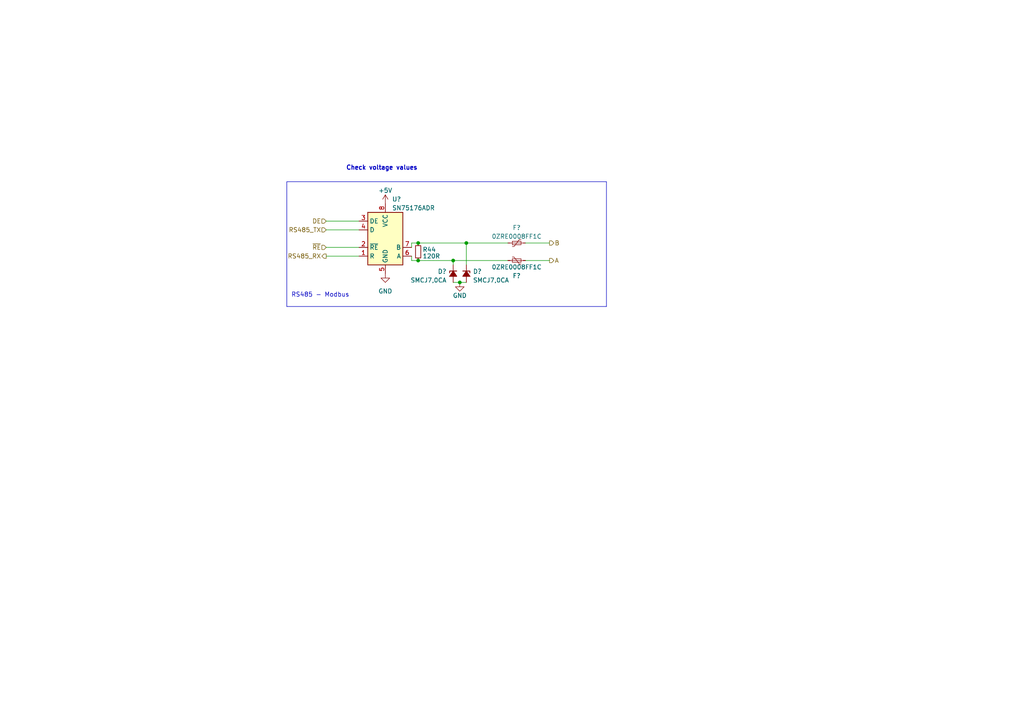
<source format=kicad_sch>
(kicad_sch (version 20230121) (generator eeschema)
  (paper "A4")
  (lib_symbols
    (symbol "Device:D_Zener_Small_Filled" (pin_numbers hide) (pin_names (offset 0.254) hide)
      (property "Reference" "D" (at 0 2.286 0))
      (property "Value" "D_Zener_Small_Filled" (at 0 -2.286 0))
      (symbol "D_Zener_Small_Filled_0_1"
        (polyline (pts (xy 0.762 0) (xy -0.762 0)))
        (polyline (pts (xy -0.254 1.016) (xy -0.762 1.016) (xy -0.762 -1.016)) (stroke (width 0.254)))
        (polyline (pts (xy 0.762 1.016) (xy -0.762 0) (xy 0.762 -1.016) (xy 0.762 1.016)) (stroke (width 0.254)) (fill (type outline)))
      )
      (symbol "D_Zener_Small_Filled_1_1"
        (pin passive line (at -2.54 0 0) (length 1.778) (name "K") (number "1"))
        (pin passive line (at 2.54 0 180) (length 1.778) (name "A") (number "2"))
      )
    )
    (symbol "Device:Polyfuse_Small" (pin_numbers hide) (pin_names (offset 0))
      (property "Reference" "F" (at -1.905 0 90))
      (property "Value" "Polyfuse_Small" (at 1.905 0 90))
      (symbol "Polyfuse_Small_0_1"
        (rectangle (start -0.508 1.27) (end 0.508 -1.27))
        (polyline (pts (xy 0 2.54) (xy 0 -2.54)))
        (polyline (pts (xy -1.016 1.27) (xy -1.016 0.762) (xy 1.016 -0.762) (xy 1.016 -1.27)))
      )
      (symbol "Polyfuse_Small_1_1"
        (pin passive line (at 0 2.54 270) (length 0.635) (name "~") (number "1"))
        (pin passive line (at 0 -2.54 90) (length 0.635) (name "~") (number "2"))
      )
    )
    (symbol "Device:R_Small" (pin_numbers hide) (pin_names (offset 0.254) hide)
      (property "Reference" "R" (at 0.762 0.508 0))
      (property "Value" "R_Small" (at 0.762 -1.016 0))
      (symbol "R_Small_0_1"
        (rectangle (start -0.762 1.778) (end 0.762 -1.778) (stroke (width 0.2032)))
      )
      (symbol "R_Small_1_1"
        (pin passive line (at 0 2.54 270) (length 0.762) (name "~") (number "1"))
        (pin passive line (at 0 -2.54 90) (length 0.762) (name "~") (number "2"))
      )
    )
    (symbol "GND_1" (power) (pin_names (offset 0))
      (property "Value" "GND_1" (at 0 -3.81 0))
      (symbol "GND_1_0_1"
        (polyline (pts (xy 0 0) (xy 0 -1.27) (xy 1.27 -1.27) (xy 0 -2.54) (xy -1.27 -1.27) (xy 0 -1.27)))
      )
      (symbol "GND_1_1_1"
        (pin power_in line (at 0 0 270) (length 0) hide (name "GND") (number "1"))
      )
    )
    (symbol "Interface_UART:SN75176AD"
      (property "Reference" "U" (at -4.318 8.89 0))
      (property "Value" "SN75176AD" (at 1.016 8.89 0))
      (symbol "SN75176AD_0_1"
        (rectangle (start -5.08 7.62) (end 5.08 -7.62) (stroke (width 0.254)) (fill (type background)))
      )
      (symbol "SN75176AD_1_1"
        (pin output line (at -7.62 -5.08 0) (length 2.54) (name "R") (number "1"))
        (pin input line (at -7.62 -2.54 0) (length 2.54) (name "~{RE}") (number "2"))
        (pin input line (at -7.62 5.08 0) (length 2.54) (name "DE") (number "3"))
        (pin input line (at -7.62 2.54 0) (length 2.54) (name "D") (number "4"))
        (pin power_in line (at 0 -10.16 90) (length 2.54) (name "GND") (number "5"))
        (pin bidirectional line (at 7.62 -5.08 180) (length 2.54) (name "A") (number "6"))
        (pin bidirectional line (at 7.62 -2.54 180) (length 2.54) (name "B") (number "7"))
        (pin power_in line (at 0 10.16 270) (length 2.54) (name "VCC") (number "8"))
      )
    )
    (symbol "power:+5V" (power) (pin_names (offset 0))
      (property "Value" "+5V" (at 0 3.556 0))
      (symbol "+5V_0_1"
        (polyline (pts (xy -0.762 1.27) (xy 0 2.54)))
        (polyline (pts (xy 0 0) (xy 0 2.54)))
        (polyline (pts (xy 0 2.54) (xy 0.762 1.27)))
      )
      (symbol "+5V_1_1"
        (pin power_in line (at 0 0 90) (length 0) hide (name "+5V") (number "1"))
      )
    )
  )
  (junction (at 131.445 75.565))
  (junction (at 133.35 81.915))
  (junction (at 135.255 70.485))
  (junction (at 121.285 70.485))
  (junction (at 121.285 75.565))
  (wire (pts (xy 119.38 75.565) (xy 119.38 74.295)))
  (wire (pts (xy 152.4 70.485) (xy 159.385 70.485)))
  (wire (pts (xy 147.32 75.565) (xy 131.445 75.565)))
  (wire (pts (xy 121.285 70.485) (xy 135.255 70.485)))
  (wire (pts (xy 131.445 76.835) (xy 131.445 75.565)))
  (wire (pts (xy 135.255 70.485) (xy 147.32 70.485)))
  (wire (pts (xy 152.4 75.565) (xy 159.385 75.565)))
  (wire (pts (xy 131.445 81.915) (xy 133.35 81.915)))
  (wire (pts (xy 119.38 70.485) (xy 121.285 70.485)))
  (wire (pts (xy 94.615 74.295) (xy 104.14 74.295)))
  (wire (pts (xy 135.255 81.915) (xy 133.35 81.915)))
  (wire (pts (xy 119.38 70.485) (xy 119.38 71.755)))
  (polyline (pts (xy 83.185 88.9) (xy 83.185 52.705)))
  (wire (pts (xy 94.615 64.135) (xy 104.14 64.135)))
  (wire (pts (xy 119.38 75.565) (xy 121.285 75.565)))
  (polyline (pts (xy 83.185 52.705) (xy 175.895 52.705)))
  (wire (pts (xy 121.285 75.565) (xy 131.445 75.565)))
  (polyline (pts (xy 175.895 52.705) (xy 175.895 88.9)))
  (wire (pts (xy 135.255 70.485) (xy 135.255 76.835)))
  (wire (pts (xy 94.615 71.755) (xy 104.14 71.755)))
  (wire (pts (xy 94.615 66.675) (xy 104.14 66.675)))
  (polyline (pts (xy 175.895 88.9) (xy 83.185 88.9)))
  (text "Check voltage values" (at 100.33 49.53 0) (effects (font (size 1.27 1.27) (thickness 0.254) bold) (justify left bottom)))
  (text "RS485 - Modbus" (at 84.455 86.36 0) (effects (font (size 1.27 1.27)) (justify left bottom)))
  (hierarchical_label "DE" (shape input) (at 94.615 64.135 180))
  (hierarchical_label "RS485_TX" (shape input) (at 94.615 66.675 180))
  (hierarchical_label "B" (shape output) (at 159.385 70.485 0))
  (hierarchical_label "~{RE}" (shape input) (at 94.615 71.755 180))
  (hierarchical_label "RS485_RX" (shape output) (at 94.615 74.295 180))
  (hierarchical_label "A" (shape output) (at 159.385 75.565 0))
  (symbol (lib_name "GND_1") (lib_id "power:GND") (at 133.35 81.915 0) (unit 1)
    (property "Reference" "#PWR?" (effects hide))
    (property "Value" "GND" (at 133.35 85.725 0))
    (instances (project "Controlador-Compressor" (path "" (reference "#PWR?") (unit 1)) (path "" (reference "#PWR030") (unit 1))))
  )
  (symbol (lib_name "GND_1") (lib_id "power:GND") (at 111.76 79.375 0) (unit 1)
    (property "Reference" "#PWR?" (effects hide))
    (property "Value" "GND" (at 111.76 84.455 0))
    (instances (project "Controlador-Compressor" (path "" (reference "#PWR?") (unit 1)) (path "" (reference "#PWR026") (unit 1))))
  )
  (symbol (lib_id "Interface_UART:SN75176AD") (at 111.76 69.215 0) (unit 1)
    (property "Reference" "U?" (at 113.7159 57.785 0) (effects (justify left)))
    (property "Value" "SN75176ADR" (at 113.7159 60.325 0) (effects (justify left)))
    (property "Footprint" "Package_SO:SOIC-8_3.9x4.9mm_P1.27mm" (effects hide))
    (property "Datasheet" "http://www.ti.com/lit/ds/symlink/sn75176a.pdf" (effects hide))
    (instances (project "Controlador-Compressor" (path "" (reference "U?") (unit 1)) (path "" (reference "U3") (unit 1))))
  )
  (symbol (lib_id "Device:D_Zener_Small_Filled") (at 135.255 79.375 270) (unit 1)
    (property "Reference" "D?" (at 137.16 78.74 90) (effects (justify left)))
    (property "Value" "SMCJ7,0CA" (at 137.16 81.28 90) (effects (justify left)))
    (instances (project "Controlador-Compressor" (path "" (reference "D?") (unit 1)) (path "" (reference "D12") (unit 1))))
  )
  (symbol (lib_id "power:+5V") (at 111.76 59.055 0) (unit 1)
    (property "Reference" "#PWR0111" (effects hide))
    (property "Value" "+5V" (at 111.76 55.245 0))
    (instances (project "Controle_receptor" (path "" (reference "#PWR0111") (unit 1))) (project "Controlador-Compressor" (path "" (reference "#PWR?") (unit 1)) (path "" (reference "#PWR025") (unit 1))))
  )
  (symbol (lib_id "Device:D_Zener_Small_Filled") (at 131.445 79.375 90) (mirror x) (unit 1)
    (property "Reference" "D?" (at 129.54 78.74 90) (effects (justify left)))
    (property "Value" "SMCJ7,0CA" (at 129.54 81.28 90) (effects (justify left)))
    (instances (project "Controlador-Compressor" (path "" (reference "D?") (unit 1)) (path "" (reference "D11") (unit 1))))
  )
  (symbol (lib_id "Device:R_Small") (at 121.285 73.025 0) (unit 1)
    (property "Reference" "R44" (at 122.555 72.39 0) (effects (justify left)))
    (property "Value" "120R" (at 122.555 74.295 0) (effects (justify left)))
  )
  (symbol (lib_id "Device:Polyfuse_Small") (at 149.86 75.565 90) (mirror x) (unit 1)
    (property "Reference" "F?" (at 149.86 80.01 90))
    (property "Value" "0ZRE0008FF1C" (at 149.86 77.47 90))
    (instances (project "Controlador-Compressor" (path "" (reference "F?") (unit 1)) (path "" (reference "F2") (unit 1))))
  )
  (symbol (lib_id "Device:Polyfuse_Small") (at 149.86 70.485 90) (unit 1)
    (property "Reference" "F?" (at 149.86 66.04 90))
    (property "Value" "0ZRE0008FF1C" (at 149.86 68.58 90))
    (instances (project "Controlador-Compressor" (path "" (reference "F?") (unit 1)) (path "" (reference "F1") (unit 1))))
  )
)
</source>
